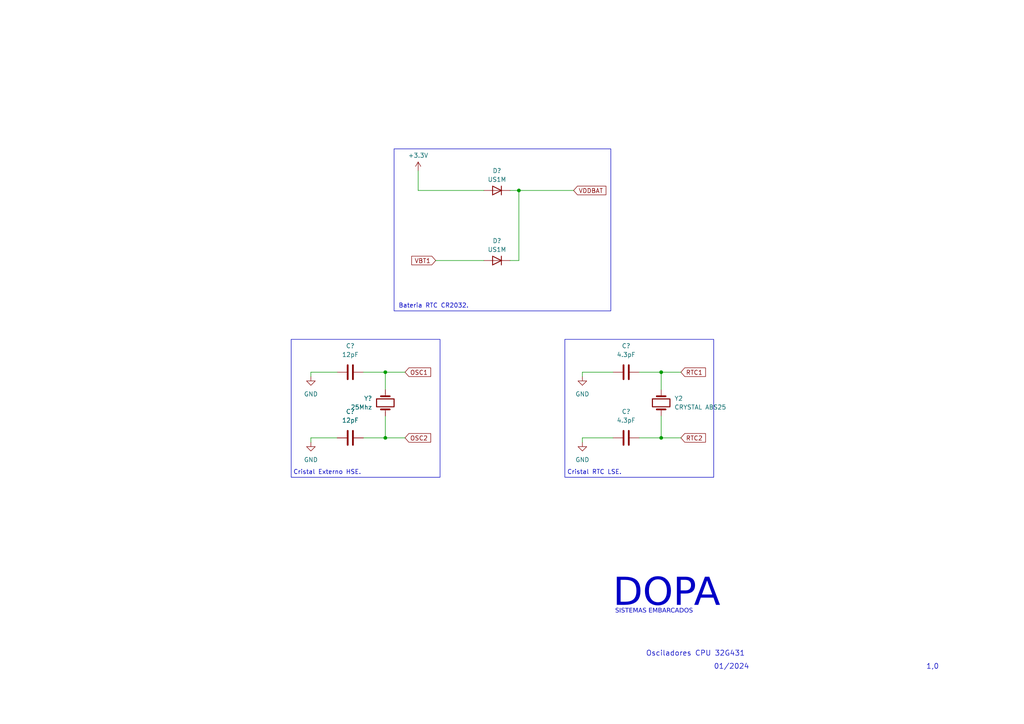
<source format=kicad_sch>
(kicad_sch (version 20230121) (generator eeschema)

  (uuid 72b389e7-98e7-4fdb-995e-af4c6ce73fc8)

  (paper "A4")

  (lib_symbols
    (symbol "Autoban:CRYSTAL ABS25" (pin_numbers hide) (pin_names (offset 1.016) hide) (in_bom yes) (on_board yes)
      (property "Reference" "Y" (at 0 3.81 0)
        (effects (font (size 1.27 1.27)))
      )
      (property "Value" "CRYSTAL ABS25" (at 0 -3.81 0)
        (effects (font (size 1.27 1.27)))
      )
      (property "Footprint" "Autoban:Crystal_SMD_Abracon_ABS25 Vertical" (at 0 0 0)
        (effects (font (size 1.27 1.27)) hide)
      )
      (property "Datasheet" "~" (at 0 0 0)
        (effects (font (size 1.27 1.27)) hide)
      )
      (property "ki_keywords" "quartz ceramic resonator oscillator" (at 0 0 0)
        (effects (font (size 1.27 1.27)) hide)
      )
      (property "ki_description" "Two pin crystal" (at 0 0 0)
        (effects (font (size 1.27 1.27)) hide)
      )
      (property "ki_fp_filters" "Crystal*" (at 0 0 0)
        (effects (font (size 1.27 1.27)) hide)
      )
      (symbol "CRYSTAL ABS25_0_1"
        (rectangle (start -1.143 2.54) (end 1.143 -2.54)
          (stroke (width 0.3048) (type default))
          (fill (type none))
        )
        (polyline
          (pts
            (xy -2.54 0)
            (xy -1.905 0)
          )
          (stroke (width 0) (type default))
          (fill (type none))
        )
        (polyline
          (pts
            (xy -1.905 -1.27)
            (xy -1.905 1.27)
          )
          (stroke (width 0.508) (type default))
          (fill (type none))
        )
        (polyline
          (pts
            (xy 1.905 -1.27)
            (xy 1.905 1.27)
          )
          (stroke (width 0.508) (type default))
          (fill (type none))
        )
        (polyline
          (pts
            (xy 2.54 0)
            (xy 1.905 0)
          )
          (stroke (width 0) (type default))
          (fill (type none))
        )
      )
      (symbol "CRYSTAL ABS25_1_1"
        (pin passive line (at -3.81 0 0) (length 1.27)
          (name "1" (effects (font (size 1.27 1.27))))
          (number "1" (effects (font (size 1.27 1.27))))
        )
        (pin passive line (at 3.81 0 180) (length 1.27)
          (name "2" (effects (font (size 1.27 1.27))))
          (number "2" (effects (font (size 1.27 1.27))))
        )
      )
    )
    (symbol "Device:Crystal" (pin_numbers hide) (pin_names (offset 1.016) hide) (in_bom yes) (on_board yes)
      (property "Reference" "Y" (at 0 3.81 0)
        (effects (font (size 1.27 1.27)))
      )
      (property "Value" "Crystal" (at 0 -3.81 0)
        (effects (font (size 1.27 1.27)))
      )
      (property "Footprint" "" (at 0 0 0)
        (effects (font (size 1.27 1.27)) hide)
      )
      (property "Datasheet" "~" (at 0 0 0)
        (effects (font (size 1.27 1.27)) hide)
      )
      (property "ki_keywords" "quartz ceramic resonator oscillator" (at 0 0 0)
        (effects (font (size 1.27 1.27)) hide)
      )
      (property "ki_description" "Two pin crystal" (at 0 0 0)
        (effects (font (size 1.27 1.27)) hide)
      )
      (property "ki_fp_filters" "Crystal*" (at 0 0 0)
        (effects (font (size 1.27 1.27)) hide)
      )
      (symbol "Crystal_0_1"
        (rectangle (start -1.143 2.54) (end 1.143 -2.54)
          (stroke (width 0.3048) (type default))
          (fill (type none))
        )
        (polyline
          (pts
            (xy -2.54 0)
            (xy -1.905 0)
          )
          (stroke (width 0) (type default))
          (fill (type none))
        )
        (polyline
          (pts
            (xy -1.905 -1.27)
            (xy -1.905 1.27)
          )
          (stroke (width 0.508) (type default))
          (fill (type none))
        )
        (polyline
          (pts
            (xy 1.905 -1.27)
            (xy 1.905 1.27)
          )
          (stroke (width 0.508) (type default))
          (fill (type none))
        )
        (polyline
          (pts
            (xy 2.54 0)
            (xy 1.905 0)
          )
          (stroke (width 0) (type default))
          (fill (type none))
        )
      )
      (symbol "Crystal_1_1"
        (pin passive line (at -3.81 0 0) (length 1.27)
          (name "1" (effects (font (size 1.27 1.27))))
          (number "1" (effects (font (size 1.27 1.27))))
        )
        (pin passive line (at 3.81 0 180) (length 1.27)
          (name "2" (effects (font (size 1.27 1.27))))
          (number "2" (effects (font (size 1.27 1.27))))
        )
      )
    )
    (symbol "Diode:US1M" (pin_numbers hide) (pin_names hide) (in_bom yes) (on_board yes)
      (property "Reference" "D" (at 0 2.54 0)
        (effects (font (size 1.27 1.27)))
      )
      (property "Value" "US1M" (at 0 -2.54 0)
        (effects (font (size 1.27 1.27)))
      )
      (property "Footprint" "Diode_SMD:D_SMA" (at 0 -4.445 0)
        (effects (font (size 1.27 1.27)) hide)
      )
      (property "Datasheet" "https://www.diodes.com/assets/Datasheets/ds16008.pdf" (at 0 0 0)
        (effects (font (size 1.27 1.27)) hide)
      )
      (property "Sim.Device" "D" (at 0 0 0)
        (effects (font (size 1.27 1.27)) hide)
      )
      (property "Sim.Pins" "1=K 2=A" (at 0 0 0)
        (effects (font (size 1.27 1.27)) hide)
      )
      (property "ki_keywords" "Ultra Fast" (at 0 0 0)
        (effects (font (size 1.27 1.27)) hide)
      )
      (property "ki_description" "1000V, 1A, General Purpose Rectifier Diode, SMA(DO-214AC)" (at 0 0 0)
        (effects (font (size 1.27 1.27)) hide)
      )
      (property "ki_fp_filters" "D*SMA*" (at 0 0 0)
        (effects (font (size 1.27 1.27)) hide)
      )
      (symbol "US1M_0_1"
        (polyline
          (pts
            (xy -1.27 1.27)
            (xy -1.27 -1.27)
          )
          (stroke (width 0.254) (type default))
          (fill (type none))
        )
        (polyline
          (pts
            (xy 1.27 0)
            (xy -1.27 0)
          )
          (stroke (width 0) (type default))
          (fill (type none))
        )
        (polyline
          (pts
            (xy 1.27 1.27)
            (xy 1.27 -1.27)
            (xy -1.27 0)
            (xy 1.27 1.27)
          )
          (stroke (width 0.254) (type default))
          (fill (type none))
        )
      )
      (symbol "US1M_1_1"
        (pin passive line (at -3.81 0 0) (length 2.54)
          (name "K" (effects (font (size 1.27 1.27))))
          (number "1" (effects (font (size 1.27 1.27))))
        )
        (pin passive line (at 3.81 0 180) (length 2.54)
          (name "A" (effects (font (size 1.27 1.27))))
          (number "2" (effects (font (size 1.27 1.27))))
        )
      )
    )
    (symbol "PCM_Capacitor_AKL:C_0805" (pin_numbers hide) (pin_names (offset 0.254)) (in_bom yes) (on_board yes)
      (property "Reference" "C" (at 0.635 2.54 0)
        (effects (font (size 1.27 1.27)) (justify left))
      )
      (property "Value" "C_0805" (at 0.635 -2.54 0)
        (effects (font (size 1.27 1.27)) (justify left))
      )
      (property "Footprint" "Capacitor_SMD_AKL:C_0805_2012Metric" (at 0.9652 -3.81 0)
        (effects (font (size 1.27 1.27)) hide)
      )
      (property "Datasheet" "~" (at 0 0 0)
        (effects (font (size 1.27 1.27)) hide)
      )
      (property "ki_keywords" "cap capacitor ceramic chip mlcc smd 0805" (at 0 0 0)
        (effects (font (size 1.27 1.27)) hide)
      )
      (property "ki_description" "SMD 0805 MLCC capacitor, Alternate KiCad Library" (at 0 0 0)
        (effects (font (size 1.27 1.27)) hide)
      )
      (property "ki_fp_filters" "C_*" (at 0 0 0)
        (effects (font (size 1.27 1.27)) hide)
      )
      (symbol "C_0805_0_1"
        (polyline
          (pts
            (xy -2.032 -0.762)
            (xy 2.032 -0.762)
          )
          (stroke (width 0.508) (type default))
          (fill (type none))
        )
        (polyline
          (pts
            (xy -2.032 0.762)
            (xy 2.032 0.762)
          )
          (stroke (width 0.508) (type default))
          (fill (type none))
        )
      )
      (symbol "C_0805_1_1"
        (pin passive line (at 0 3.81 270) (length 2.794)
          (name "~" (effects (font (size 1.27 1.27))))
          (number "1" (effects (font (size 1.27 1.27))))
        )
        (pin passive line (at 0 -3.81 90) (length 2.794)
          (name "~" (effects (font (size 1.27 1.27))))
          (number "2" (effects (font (size 1.27 1.27))))
        )
      )
    )
    (symbol "power:+3.3V" (power) (pin_names (offset 0)) (in_bom yes) (on_board yes)
      (property "Reference" "#PWR" (at 0 -3.81 0)
        (effects (font (size 1.27 1.27)) hide)
      )
      (property "Value" "+3.3V" (at 0 3.556 0)
        (effects (font (size 1.27 1.27)))
      )
      (property "Footprint" "" (at 0 0 0)
        (effects (font (size 1.27 1.27)) hide)
      )
      (property "Datasheet" "" (at 0 0 0)
        (effects (font (size 1.27 1.27)) hide)
      )
      (property "ki_keywords" "global power" (at 0 0 0)
        (effects (font (size 1.27 1.27)) hide)
      )
      (property "ki_description" "Power symbol creates a global label with name \"+3.3V\"" (at 0 0 0)
        (effects (font (size 1.27 1.27)) hide)
      )
      (symbol "+3.3V_0_1"
        (polyline
          (pts
            (xy -0.762 1.27)
            (xy 0 2.54)
          )
          (stroke (width 0) (type default))
          (fill (type none))
        )
        (polyline
          (pts
            (xy 0 0)
            (xy 0 2.54)
          )
          (stroke (width 0) (type default))
          (fill (type none))
        )
        (polyline
          (pts
            (xy 0 2.54)
            (xy 0.762 1.27)
          )
          (stroke (width 0) (type default))
          (fill (type none))
        )
      )
      (symbol "+3.3V_1_1"
        (pin power_in line (at 0 0 90) (length 0) hide
          (name "+3.3V" (effects (font (size 1.27 1.27))))
          (number "1" (effects (font (size 1.27 1.27))))
        )
      )
    )
    (symbol "power:GND" (power) (pin_names (offset 0)) (in_bom yes) (on_board yes)
      (property "Reference" "#PWR" (at 0 -6.35 0)
        (effects (font (size 1.27 1.27)) hide)
      )
      (property "Value" "GND" (at 0 -3.81 0)
        (effects (font (size 1.27 1.27)))
      )
      (property "Footprint" "" (at 0 0 0)
        (effects (font (size 1.27 1.27)) hide)
      )
      (property "Datasheet" "" (at 0 0 0)
        (effects (font (size 1.27 1.27)) hide)
      )
      (property "ki_keywords" "global power" (at 0 0 0)
        (effects (font (size 1.27 1.27)) hide)
      )
      (property "ki_description" "Power symbol creates a global label with name \"GND\" , ground" (at 0 0 0)
        (effects (font (size 1.27 1.27)) hide)
      )
      (symbol "GND_0_1"
        (polyline
          (pts
            (xy 0 0)
            (xy 0 -1.27)
            (xy 1.27 -1.27)
            (xy 0 -2.54)
            (xy -1.27 -1.27)
            (xy 0 -1.27)
          )
          (stroke (width 0) (type default))
          (fill (type none))
        )
      )
      (symbol "GND_1_1"
        (pin power_in line (at 0 0 270) (length 0) hide
          (name "GND" (effects (font (size 1.27 1.27))))
          (number "1" (effects (font (size 1.27 1.27))))
        )
      )
    )
  )

  (junction (at 111.76 127) (diameter 0) (color 0 0 0 0)
    (uuid 4f55d051-d23b-475d-aeb1-c3c6c92410db)
  )
  (junction (at 150.495 55.245) (diameter 0) (color 0 0 0 0)
    (uuid 66fab94d-43c7-4d91-b550-6b469cb79c4b)
  )
  (junction (at 191.77 107.95) (diameter 0) (color 0 0 0 0)
    (uuid 76e1f57f-4f9b-4d38-878e-bf397d4c6bb8)
  )
  (junction (at 191.77 127) (diameter 0) (color 0 0 0 0)
    (uuid bffc2847-5b29-4085-bea3-8886930fb05a)
  )
  (junction (at 111.76 107.95) (diameter 0) (color 0 0 0 0)
    (uuid c81643bb-df66-4705-8ae7-33c6b2c5ea1b)
  )

  (wire (pts (xy 111.76 127) (xy 105.41 127))
    (stroke (width 0) (type default))
    (uuid 004e6aea-9929-4c15-9fc9-8bd623a4d045)
  )
  (wire (pts (xy 197.485 127) (xy 191.77 127))
    (stroke (width 0) (type default))
    (uuid 053a0ddb-4319-4175-8d13-6886d8d2896f)
  )
  (wire (pts (xy 168.91 107.95) (xy 168.91 109.22))
    (stroke (width 0) (type default))
    (uuid 0aee8ae4-9b3d-4f15-95f0-b814dc2169f2)
  )
  (wire (pts (xy 111.76 107.95) (xy 105.41 107.95))
    (stroke (width 0) (type default))
    (uuid 1bf52c62-adb6-4f60-8fec-7c47be8cb49a)
  )
  (wire (pts (xy 147.955 75.565) (xy 150.495 75.565))
    (stroke (width 0) (type default))
    (uuid 1e5f6210-797d-4222-a677-56a6fccdad93)
  )
  (wire (pts (xy 191.77 113.03) (xy 191.77 107.95))
    (stroke (width 0) (type default))
    (uuid 21d04ed6-d55a-43c3-9db0-6bd8c888d892)
  )
  (wire (pts (xy 191.77 127) (xy 185.42 127))
    (stroke (width 0) (type default))
    (uuid 3b5afc84-6e75-4a5b-8d8e-92184ec21ae5)
  )
  (wire (pts (xy 117.475 107.95) (xy 111.76 107.95))
    (stroke (width 0) (type default))
    (uuid 418f7a48-e6bb-4b63-91b9-75740948be2d)
  )
  (wire (pts (xy 121.285 55.245) (xy 140.335 55.245))
    (stroke (width 0) (type default))
    (uuid 44f7eb17-326e-4b87-97f4-45f50978aa00)
  )
  (wire (pts (xy 191.77 107.95) (xy 185.42 107.95))
    (stroke (width 0) (type default))
    (uuid 4a30b60a-dbab-4e4a-9280-80b3dba6af6c)
  )
  (wire (pts (xy 97.79 127) (xy 90.17 127))
    (stroke (width 0) (type default))
    (uuid 504dc2f3-e5ff-4e83-bacd-774295b59279)
  )
  (wire (pts (xy 197.485 107.95) (xy 191.77 107.95))
    (stroke (width 0) (type default))
    (uuid 53544086-6db1-4661-8632-48795ce297b3)
  )
  (wire (pts (xy 111.76 120.65) (xy 111.76 127))
    (stroke (width 0) (type default))
    (uuid 75923918-98f3-4fc6-9964-f16c24740391)
  )
  (wire (pts (xy 90.17 107.95) (xy 90.17 109.22))
    (stroke (width 0) (type default))
    (uuid 87af8f55-3a2a-4a11-8d99-45909a67864c)
  )
  (wire (pts (xy 191.77 120.65) (xy 191.77 127))
    (stroke (width 0) (type default))
    (uuid 9bdf58cf-febe-4f4f-81fd-c4af3472c0b5)
  )
  (wire (pts (xy 150.495 75.565) (xy 150.495 55.245))
    (stroke (width 0) (type default))
    (uuid bb0ebe45-bdbb-4d38-8731-5ebf93336764)
  )
  (wire (pts (xy 177.8 127) (xy 168.91 127))
    (stroke (width 0) (type default))
    (uuid bcef580f-df8e-4322-b18c-c0779b71d7b9)
  )
  (wire (pts (xy 97.79 107.95) (xy 90.17 107.95))
    (stroke (width 0) (type default))
    (uuid c1b19293-1b8d-4003-b5ce-cea602361b0a)
  )
  (wire (pts (xy 111.76 113.03) (xy 111.76 107.95))
    (stroke (width 0) (type default))
    (uuid c4feb6f9-b33d-427e-825a-aad428f6c945)
  )
  (wire (pts (xy 121.285 49.53) (xy 121.285 55.245))
    (stroke (width 0) (type default))
    (uuid cc661705-0ca7-4c2a-98c9-092e97296ad5)
  )
  (wire (pts (xy 168.91 127) (xy 168.91 128.27))
    (stroke (width 0) (type default))
    (uuid d3e539e6-9eb2-4c98-a6bc-6ede6ea0b4f6)
  )
  (wire (pts (xy 150.495 55.245) (xy 166.37 55.245))
    (stroke (width 0) (type default))
    (uuid d4bd91a9-7c45-4eca-929e-163136d8d011)
  )
  (wire (pts (xy 117.475 127) (xy 111.76 127))
    (stroke (width 0) (type default))
    (uuid d55c1105-5952-48da-bfa7-eaef560b2e73)
  )
  (wire (pts (xy 147.955 55.245) (xy 150.495 55.245))
    (stroke (width 0) (type default))
    (uuid d86696a0-7706-4e67-8d1e-38776bc1f71e)
  )
  (wire (pts (xy 126.365 75.565) (xy 140.335 75.565))
    (stroke (width 0) (type default))
    (uuid ea2e532d-a70f-4684-b79c-d1d9d8d2442a)
  )
  (wire (pts (xy 90.17 127) (xy 90.17 128.27))
    (stroke (width 0) (type default))
    (uuid fd568f47-8cd3-4308-8d04-c3ce10cb8b14)
  )
  (wire (pts (xy 177.8 107.95) (xy 168.91 107.95))
    (stroke (width 0) (type default))
    (uuid fec62a5f-9963-479c-86e4-7d41aeb6edf4)
  )

  (rectangle (start 84.455 98.425) (end 127.635 138.43)
    (stroke (width 0) (type default))
    (fill (type none))
    (uuid 059afa9d-e5ec-4a06-9063-15183dcc0646)
  )
  (rectangle (start 114.3 43.18) (end 177.165 90.17)
    (stroke (width 0) (type default))
    (fill (type none))
    (uuid 929938e4-cfbb-498a-9e10-7ccfdfcdad25)
  )
  (rectangle (start 163.83 98.425) (end 207.01 138.43)
    (stroke (width 0) (type default))
    (fill (type none))
    (uuid a293beee-0c94-4206-8cb0-d06a340a276f)
  )

  (text "DOPA" (at 177.8 179.07 0)
    (effects (font (face "Sitka") (size 8 8)) (justify left bottom))
    (uuid 06ff0c1d-c8f8-46bc-a6b2-79a553649e61)
  )
  (text "1,0" (at 268.605 194.31 0)
    (effects (font (size 1.5 1.5)) (justify left bottom))
    (uuid 29ad54a9-0ee8-4604-96fc-87b3e3f33f33)
  )
  (text "Cristal RTC LSE." (at 180.34 137.795 0)
    (effects (font (size 1.27 1.27)) (justify right bottom))
    (uuid 3615b206-9349-4ebe-9f26-61f3ffa926a4)
  )
  (text "01/2024" (at 207.01 194.31 0)
    (effects (font (size 1.5 1.5)) (justify left bottom))
    (uuid 8d81b981-9e3f-4000-9768-1b348da6ad67)
  )
  (text "Bateria RTC CR2032.\n" (at 115.57 89.535 0)
    (effects (font (size 1.27 1.27)) (justify left bottom))
    (uuid a9fc41ab-a085-4bd9-b222-47935bf6eb48)
  )
  (text "Cristal Externo HSE." (at 104.775 137.795 0)
    (effects (font (size 1.27 1.27)) (justify right bottom))
    (uuid b650b403-b7d5-444a-86ea-919d76c8ec36)
  )
  (text "SISTEMAS EMBARCADOS" (at 178.435 178.435 0)
    (effects (font (face "Sitka") (size 1.3 1.3)) (justify left bottom))
    (uuid d814b084-e5b7-4cf6-879d-68e0ce9fece6)
  )
  (text "Osciladores CPU 32G431" (at 187.325 190.5 0)
    (effects (font (size 1.5 1.5)) (justify left bottom))
    (uuid f20b2ec3-eb7e-4ab3-ac4c-ad0bb9c84def)
  )

  (global_label "VBT1" (shape input) (at 126.365 75.565 180) (fields_autoplaced)
    (effects (font (size 1.27 1.27)) (justify right))
    (uuid 158cf33a-06ad-4e88-89b3-450e13c421e1)
    (property "Intersheetrefs" "${INTERSHEET_REFS}" (at 118.8441 75.565 0)
      (effects (font (size 1.27 1.27)) (justify right) hide)
    )
  )
  (global_label "VDDBAT" (shape input) (at 166.37 55.245 0) (fields_autoplaced)
    (effects (font (size 1.27 1.27)) (justify left))
    (uuid 22764c94-12d5-42f0-8609-72aa10802498)
    (property "Intersheetrefs" "${INTERSHEET_REFS}" (at 176.31 55.245 0)
      (effects (font (size 1.27 1.27)) (justify left) hide)
    )
  )
  (global_label "OSC2" (shape input) (at 117.475 127 0) (fields_autoplaced)
    (effects (font (size 1.27 1.27)) (justify left))
    (uuid 3cbbacd7-d413-42ff-8544-cd6d3ebc0edd)
    (property "Intersheetrefs" "${INTERSHEET_REFS}" (at 125.4797 127 0)
      (effects (font (size 1.27 1.27)) (justify left) hide)
    )
  )
  (global_label "RTC2" (shape input) (at 197.485 127 0) (fields_autoplaced)
    (effects (font (size 1.27 1.27)) (justify left))
    (uuid 75ac1c0c-2e0c-4e55-b809-a563860e29b5)
    (property "Intersheetrefs" "${INTERSHEET_REFS}" (at 205.1873 127 0)
      (effects (font (size 1.27 1.27)) (justify left) hide)
    )
  )
  (global_label "RTC1" (shape input) (at 197.485 107.95 0) (fields_autoplaced)
    (effects (font (size 1.27 1.27)) (justify left))
    (uuid 97744f7f-4b88-4f5e-86eb-a7ced992e638)
    (property "Intersheetrefs" "${INTERSHEET_REFS}" (at 205.1873 107.95 0)
      (effects (font (size 1.27 1.27)) (justify left) hide)
    )
  )
  (global_label "OSC1" (shape input) (at 117.475 107.95 0) (fields_autoplaced)
    (effects (font (size 1.27 1.27)) (justify left))
    (uuid 9d73de41-91e2-4070-a964-8a14c9189318)
    (property "Intersheetrefs" "${INTERSHEET_REFS}" (at 125.4797 107.95 0)
      (effects (font (size 1.27 1.27)) (justify left) hide)
    )
  )

  (symbol (lib_id "PCM_Capacitor_AKL:C_0805") (at 101.6 127 90) (mirror x) (unit 1)
    (in_bom yes) (on_board yes) (dnp no) (fields_autoplaced)
    (uuid 0355c32e-8b4b-4f60-b870-7f5343db5ec9)
    (property "Reference" "C?" (at 101.6 119.38 90)
      (effects (font (size 1.27 1.27)))
    )
    (property "Value" "12pF" (at 101.6 121.92 90)
      (effects (font (size 1.27 1.27)))
    )
    (property "Footprint" "Capacitor_SMD:C_0805_2012Metric_Pad1.18x1.45mm_HandSolder" (at 105.41 127.9652 0)
      (effects (font (size 1.27 1.27)) hide)
    )
    (property "Datasheet" "~" (at 101.6 127 0)
      (effects (font (size 1.27 1.27)) hide)
    )
    (pin "1" (uuid 55f7a5ef-a93a-4a17-9ef9-0ad152170618))
    (pin "2" (uuid f98a066d-1f94-4422-b980-d5caa9dca5ba))
    (instances
      (project "CPU Stm32"
        (path "/0882ad57-6d26-4cfc-9dea-dd977232d729"
          (reference "C?") (unit 1)
        )
        (path "/0882ad57-6d26-4cfc-9dea-dd977232d729/a7484047-0327-4646-bb8d-d79b1e2bada5"
          (reference "C?") (unit 1)
        )
      )
      (project "CPU Stm32G431"
        (path "/4e4d72d5-dbdc-4a76-9ce2-f5a97f8267d2/a7484047-0327-4646-bb8d-d79b1e2bada5"
          (reference "C2") (unit 1)
        )
      )
    )
  )

  (symbol (lib_id "Diode:US1M") (at 144.145 55.245 180) (unit 1)
    (in_bom yes) (on_board yes) (dnp no) (fields_autoplaced)
    (uuid 0efb40a2-e0bf-466b-8a24-f2d1a3a103d6)
    (property "Reference" "D?" (at 144.145 49.53 0)
      (effects (font (size 1.27 1.27)))
    )
    (property "Value" "US1M" (at 144.145 52.07 0)
      (effects (font (size 1.27 1.27)))
    )
    (property "Footprint" "Diode_SMD:D_SMA" (at 144.145 50.8 0)
      (effects (font (size 1.27 1.27)) hide)
    )
    (property "Datasheet" "https://www.diodes.com/assets/Datasheets/ds16008.pdf" (at 144.145 55.245 0)
      (effects (font (size 1.27 1.27)) hide)
    )
    (property "Sim.Device" "D" (at 144.145 55.245 0)
      (effects (font (size 1.27 1.27)) hide)
    )
    (property "Sim.Pins" "1=K 2=A" (at 144.145 55.245 0)
      (effects (font (size 1.27 1.27)) hide)
    )
    (pin "1" (uuid e8612c1e-1b47-4ed0-bcad-89a161550031))
    (pin "2" (uuid 7d9b5f24-ebbc-40e8-8449-7ada543896b0))
    (instances
      (project "CPU Stm32"
        (path "/0882ad57-6d26-4cfc-9dea-dd977232d729/a7484047-0327-4646-bb8d-d79b1e2bada5"
          (reference "D?") (unit 1)
        )
      )
      (project "CPU Stm32G431"
        (path "/4e4d72d5-dbdc-4a76-9ce2-f5a97f8267d2/a7484047-0327-4646-bb8d-d79b1e2bada5"
          (reference "D1") (unit 1)
        )
      )
    )
  )

  (symbol (lib_id "power:GND") (at 168.91 109.22 0) (mirror y) (unit 1)
    (in_bom yes) (on_board yes) (dnp no) (fields_autoplaced)
    (uuid 205a4f30-b429-472c-9f43-9c0e0b70bc7f)
    (property "Reference" "#PWR?" (at 168.91 115.57 0)
      (effects (font (size 1.27 1.27)) hide)
    )
    (property "Value" "GND" (at 168.91 114.3 0)
      (effects (font (size 1.27 1.27)))
    )
    (property "Footprint" "" (at 168.91 109.22 0)
      (effects (font (size 1.27 1.27)) hide)
    )
    (property "Datasheet" "" (at 168.91 109.22 0)
      (effects (font (size 1.27 1.27)) hide)
    )
    (pin "1" (uuid 271803e4-3bcd-48da-8939-a11fb22526c2))
    (instances
      (project "CPU Stm32"
        (path "/0882ad57-6d26-4cfc-9dea-dd977232d729"
          (reference "#PWR?") (unit 1)
        )
        (path "/0882ad57-6d26-4cfc-9dea-dd977232d729/a7484047-0327-4646-bb8d-d79b1e2bada5"
          (reference "#PWR?") (unit 1)
        )
      )
      (project "CPU Stm32G431"
        (path "/4e4d72d5-dbdc-4a76-9ce2-f5a97f8267d2/a7484047-0327-4646-bb8d-d79b1e2bada5"
          (reference "#PWR04") (unit 1)
        )
      )
    )
  )

  (symbol (lib_id "power:GND") (at 90.17 109.22 0) (mirror y) (unit 1)
    (in_bom yes) (on_board yes) (dnp no) (fields_autoplaced)
    (uuid 439495b9-e10e-4d04-b607-e588aa9e9420)
    (property "Reference" "#PWR?" (at 90.17 115.57 0)
      (effects (font (size 1.27 1.27)) hide)
    )
    (property "Value" "GND" (at 90.17 114.3 0)
      (effects (font (size 1.27 1.27)))
    )
    (property "Footprint" "" (at 90.17 109.22 0)
      (effects (font (size 1.27 1.27)) hide)
    )
    (property "Datasheet" "" (at 90.17 109.22 0)
      (effects (font (size 1.27 1.27)) hide)
    )
    (pin "1" (uuid 913e2862-957d-4636-a44b-0700bf3208fd))
    (instances
      (project "CPU Stm32"
        (path "/0882ad57-6d26-4cfc-9dea-dd977232d729"
          (reference "#PWR?") (unit 1)
        )
        (path "/0882ad57-6d26-4cfc-9dea-dd977232d729/a7484047-0327-4646-bb8d-d79b1e2bada5"
          (reference "#PWR?") (unit 1)
        )
      )
      (project "CPU Stm32G431"
        (path "/4e4d72d5-dbdc-4a76-9ce2-f5a97f8267d2/a7484047-0327-4646-bb8d-d79b1e2bada5"
          (reference "#PWR01") (unit 1)
        )
      )
    )
  )

  (symbol (lib_id "Device:Crystal") (at 111.76 116.84 90) (mirror x) (unit 1)
    (in_bom yes) (on_board yes) (dnp no) (fields_autoplaced)
    (uuid 685a8c64-b887-48b6-8288-e9866e345fd2)
    (property "Reference" "Y?" (at 107.95 115.57 90)
      (effects (font (size 1.27 1.27)) (justify left))
    )
    (property "Value" "25Mhz" (at 107.95 118.11 90)
      (effects (font (size 1.27 1.27)) (justify left))
    )
    (property "Footprint" "Crystal:Crystal_HC49-4H_Vertical" (at 111.76 116.84 0)
      (effects (font (size 1.27 1.27)) hide)
    )
    (property "Datasheet" "~" (at 111.76 116.84 0)
      (effects (font (size 1.27 1.27)) hide)
    )
    (pin "1" (uuid 6301b02d-9295-45f0-afd6-be30e6d64b89))
    (pin "2" (uuid 70972806-3f2e-4200-8ad2-72fdad5a4c8e))
    (instances
      (project "CPU Stm32"
        (path "/0882ad57-6d26-4cfc-9dea-dd977232d729"
          (reference "Y?") (unit 1)
        )
        (path "/0882ad57-6d26-4cfc-9dea-dd977232d729/a7484047-0327-4646-bb8d-d79b1e2bada5"
          (reference "Y?") (unit 1)
        )
      )
      (project "CPU Stm32G431"
        (path "/4e4d72d5-dbdc-4a76-9ce2-f5a97f8267d2/a7484047-0327-4646-bb8d-d79b1e2bada5"
          (reference "Y1") (unit 1)
        )
      )
    )
  )

  (symbol (lib_id "PCM_Capacitor_AKL:C_0805") (at 181.61 107.95 90) (mirror x) (unit 1)
    (in_bom yes) (on_board yes) (dnp no) (fields_autoplaced)
    (uuid 7e5e138e-5e2d-465d-90b9-8c9c6901889b)
    (property "Reference" "C?" (at 181.61 100.33 90)
      (effects (font (size 1.27 1.27)))
    )
    (property "Value" "4.3pF" (at 181.61 102.87 90)
      (effects (font (size 1.27 1.27)))
    )
    (property "Footprint" "Capacitor_SMD:C_0805_2012Metric_Pad1.18x1.45mm_HandSolder" (at 185.42 108.9152 0)
      (effects (font (size 1.27 1.27)) hide)
    )
    (property "Datasheet" "~" (at 181.61 107.95 0)
      (effects (font (size 1.27 1.27)) hide)
    )
    (pin "1" (uuid 16862c5c-a956-42b0-b358-57e2ead16064))
    (pin "2" (uuid 4bf0b718-caee-466f-823f-13b1d5045eb3))
    (instances
      (project "CPU Stm32"
        (path "/0882ad57-6d26-4cfc-9dea-dd977232d729"
          (reference "C?") (unit 1)
        )
        (path "/0882ad57-6d26-4cfc-9dea-dd977232d729/a7484047-0327-4646-bb8d-d79b1e2bada5"
          (reference "C?") (unit 1)
        )
      )
      (project "CPU Stm32G431"
        (path "/4e4d72d5-dbdc-4a76-9ce2-f5a97f8267d2/a7484047-0327-4646-bb8d-d79b1e2bada5"
          (reference "C3") (unit 1)
        )
      )
    )
  )

  (symbol (lib_id "power:+3.3V") (at 121.285 49.53 0) (unit 1)
    (in_bom yes) (on_board yes) (dnp no) (fields_autoplaced)
    (uuid 8aaf1681-f438-4380-866a-fc742ff0c028)
    (property "Reference" "#PWR?" (at 121.285 53.34 0)
      (effects (font (size 1.27 1.27)) hide)
    )
    (property "Value" "+3.3V" (at 121.285 45.085 0)
      (effects (font (size 1.27 1.27)))
    )
    (property "Footprint" "" (at 121.285 49.53 0)
      (effects (font (size 1.27 1.27)) hide)
    )
    (property "Datasheet" "" (at 121.285 49.53 0)
      (effects (font (size 1.27 1.27)) hide)
    )
    (pin "1" (uuid 3892560e-d36a-4508-9bbe-a778c5493b15))
    (instances
      (project "CPU Stm32"
        (path "/0882ad57-6d26-4cfc-9dea-dd977232d729"
          (reference "#PWR?") (unit 1)
        )
        (path "/0882ad57-6d26-4cfc-9dea-dd977232d729/a7484047-0327-4646-bb8d-d79b1e2bada5"
          (reference "#PWR?") (unit 1)
        )
      )
      (project "CPU Stm32G431"
        (path "/4e4d72d5-dbdc-4a76-9ce2-f5a97f8267d2/a7484047-0327-4646-bb8d-d79b1e2bada5"
          (reference "#PWR03") (unit 1)
        )
      )
    )
  )

  (symbol (lib_id "PCM_Capacitor_AKL:C_0805") (at 101.6 107.95 90) (mirror x) (unit 1)
    (in_bom yes) (on_board yes) (dnp no) (fields_autoplaced)
    (uuid 8cae7466-6af5-4b5d-9d5c-5b9b6a8ffa05)
    (property "Reference" "C?" (at 101.6 100.33 90)
      (effects (font (size 1.27 1.27)))
    )
    (property "Value" "12pF" (at 101.6 102.87 90)
      (effects (font (size 1.27 1.27)))
    )
    (property "Footprint" "Capacitor_SMD:C_0805_2012Metric_Pad1.18x1.45mm_HandSolder" (at 105.41 108.9152 0)
      (effects (font (size 1.27 1.27)) hide)
    )
    (property "Datasheet" "~" (at 101.6 107.95 0)
      (effects (font (size 1.27 1.27)) hide)
    )
    (pin "1" (uuid a351314f-afec-4283-8b46-8104cf774859))
    (pin "2" (uuid 3ecc8b24-69ef-4e02-8729-edd4c2669ff6))
    (instances
      (project "CPU Stm32"
        (path "/0882ad57-6d26-4cfc-9dea-dd977232d729"
          (reference "C?") (unit 1)
        )
        (path "/0882ad57-6d26-4cfc-9dea-dd977232d729/a7484047-0327-4646-bb8d-d79b1e2bada5"
          (reference "C?") (unit 1)
        )
      )
      (project "CPU Stm32G431"
        (path "/4e4d72d5-dbdc-4a76-9ce2-f5a97f8267d2/a7484047-0327-4646-bb8d-d79b1e2bada5"
          (reference "C1") (unit 1)
        )
      )
    )
  )

  (symbol (lib_id "Autoban:CRYSTAL ABS25") (at 191.77 116.84 270) (unit 1)
    (in_bom yes) (on_board yes) (dnp no) (fields_autoplaced)
    (uuid 8ee7234d-8864-40f5-8a6b-d27318692580)
    (property "Reference" "Y2" (at 195.58 115.57 90)
      (effects (font (size 1.27 1.27)) (justify left))
    )
    (property "Value" "CRYSTAL ABS25" (at 195.58 118.11 90)
      (effects (font (size 1.27 1.27)) (justify left))
    )
    (property "Footprint" "Autoban:Crystal_SMD_Abracon_ABS25 Vertical" (at 191.77 116.84 0)
      (effects (font (size 1.27 1.27)) hide)
    )
    (property "Datasheet" "~" (at 191.77 116.84 0)
      (effects (font (size 1.27 1.27)) hide)
    )
    (pin "1" (uuid 23711bfd-c9f4-483d-aed6-73326dd0e4b3))
    (pin "2" (uuid d7682f9b-b1fc-417a-ad27-1cd9eb10d934))
    (instances
      (project "CPU Stm32G431"
        (path "/4e4d72d5-dbdc-4a76-9ce2-f5a97f8267d2/a7484047-0327-4646-bb8d-d79b1e2bada5"
          (reference "Y2") (unit 1)
        )
      )
    )
  )

  (symbol (lib_id "PCM_Capacitor_AKL:C_0805") (at 181.61 127 90) (mirror x) (unit 1)
    (in_bom yes) (on_board yes) (dnp no) (fields_autoplaced)
    (uuid 8f154497-b694-4892-b64f-c9e7f4ac74fe)
    (property "Reference" "C?" (at 181.61 119.38 90)
      (effects (font (size 1.27 1.27)))
    )
    (property "Value" "4.3pF" (at 181.61 121.92 90)
      (effects (font (size 1.27 1.27)))
    )
    (property "Footprint" "Capacitor_SMD:C_0805_2012Metric_Pad1.18x1.45mm_HandSolder" (at 185.42 127.9652 0)
      (effects (font (size 1.27 1.27)) hide)
    )
    (property "Datasheet" "~" (at 181.61 127 0)
      (effects (font (size 1.27 1.27)) hide)
    )
    (pin "1" (uuid 643ab2dd-aa0b-464b-b454-b88ad4ab477a))
    (pin "2" (uuid 15c8950b-b04d-4caf-a1c0-cdbb6aa90b64))
    (instances
      (project "CPU Stm32"
        (path "/0882ad57-6d26-4cfc-9dea-dd977232d729"
          (reference "C?") (unit 1)
        )
        (path "/0882ad57-6d26-4cfc-9dea-dd977232d729/a7484047-0327-4646-bb8d-d79b1e2bada5"
          (reference "C?") (unit 1)
        )
      )
      (project "CPU Stm32G431"
        (path "/4e4d72d5-dbdc-4a76-9ce2-f5a97f8267d2/a7484047-0327-4646-bb8d-d79b1e2bada5"
          (reference "C4") (unit 1)
        )
      )
    )
  )

  (symbol (lib_id "power:GND") (at 168.91 128.27 0) (mirror y) (unit 1)
    (in_bom yes) (on_board yes) (dnp no) (fields_autoplaced)
    (uuid 91078e4a-52c8-49dc-a0f6-98c46caafdc9)
    (property "Reference" "#PWR?" (at 168.91 134.62 0)
      (effects (font (size 1.27 1.27)) hide)
    )
    (property "Value" "GND" (at 168.91 133.35 0)
      (effects (font (size 1.27 1.27)))
    )
    (property "Footprint" "" (at 168.91 128.27 0)
      (effects (font (size 1.27 1.27)) hide)
    )
    (property "Datasheet" "" (at 168.91 128.27 0)
      (effects (font (size 1.27 1.27)) hide)
    )
    (pin "1" (uuid 3943b396-3491-4976-9a89-d5898b890f63))
    (instances
      (project "CPU Stm32"
        (path "/0882ad57-6d26-4cfc-9dea-dd977232d729"
          (reference "#PWR?") (unit 1)
        )
        (path "/0882ad57-6d26-4cfc-9dea-dd977232d729/a7484047-0327-4646-bb8d-d79b1e2bada5"
          (reference "#PWR?") (unit 1)
        )
      )
      (project "CPU Stm32G431"
        (path "/4e4d72d5-dbdc-4a76-9ce2-f5a97f8267d2/a7484047-0327-4646-bb8d-d79b1e2bada5"
          (reference "#PWR05") (unit 1)
        )
      )
    )
  )

  (symbol (lib_id "power:GND") (at 90.17 128.27 0) (mirror y) (unit 1)
    (in_bom yes) (on_board yes) (dnp no) (fields_autoplaced)
    (uuid 928a651a-eaee-4c75-aa05-b16429a5022c)
    (property "Reference" "#PWR?" (at 90.17 134.62 0)
      (effects (font (size 1.27 1.27)) hide)
    )
    (property "Value" "GND" (at 90.17 133.35 0)
      (effects (font (size 1.27 1.27)))
    )
    (property "Footprint" "" (at 90.17 128.27 0)
      (effects (font (size 1.27 1.27)) hide)
    )
    (property "Datasheet" "" (at 90.17 128.27 0)
      (effects (font (size 1.27 1.27)) hide)
    )
    (pin "1" (uuid cc523495-7ac9-4c38-92f4-72019d43aace))
    (instances
      (project "CPU Stm32"
        (path "/0882ad57-6d26-4cfc-9dea-dd977232d729"
          (reference "#PWR?") (unit 1)
        )
        (path "/0882ad57-6d26-4cfc-9dea-dd977232d729/a7484047-0327-4646-bb8d-d79b1e2bada5"
          (reference "#PWR?") (unit 1)
        )
      )
      (project "CPU Stm32G431"
        (path "/4e4d72d5-dbdc-4a76-9ce2-f5a97f8267d2/a7484047-0327-4646-bb8d-d79b1e2bada5"
          (reference "#PWR02") (unit 1)
        )
      )
    )
  )

  (symbol (lib_id "Diode:US1M") (at 144.145 75.565 180) (unit 1)
    (in_bom yes) (on_board yes) (dnp no) (fields_autoplaced)
    (uuid a260843b-9189-4996-9ba8-9e7a9272e188)
    (property "Reference" "D?" (at 144.145 69.85 0)
      (effects (font (size 1.27 1.27)))
    )
    (property "Value" "US1M" (at 144.145 72.39 0)
      (effects (font (size 1.27 1.27)))
    )
    (property "Footprint" "Diode_SMD:D_SMA" (at 144.145 71.12 0)
      (effects (font (size 1.27 1.27)) hide)
    )
    (property "Datasheet" "https://www.diodes.com/assets/Datasheets/ds16008.pdf" (at 144.145 75.565 0)
      (effects (font (size 1.27 1.27)) hide)
    )
    (property "Sim.Device" "D" (at 144.145 75.565 0)
      (effects (font (size 1.27 1.27)) hide)
    )
    (property "Sim.Pins" "1=K 2=A" (at 144.145 75.565 0)
      (effects (font (size 1.27 1.27)) hide)
    )
    (pin "1" (uuid 4cb0831a-398e-4a16-bba7-ac4d20a4d573))
    (pin "2" (uuid b7daf225-8745-49e2-bcdf-42a143971dd7))
    (instances
      (project "CPU Stm32"
        (path "/0882ad57-6d26-4cfc-9dea-dd977232d729/a7484047-0327-4646-bb8d-d79b1e2bada5"
          (reference "D?") (unit 1)
        )
      )
      (project "CPU Stm32G431"
        (path "/4e4d72d5-dbdc-4a76-9ce2-f5a97f8267d2/a7484047-0327-4646-bb8d-d79b1e2bada5"
          (reference "D2") (unit 1)
        )
      )
    )
  )
)

</source>
